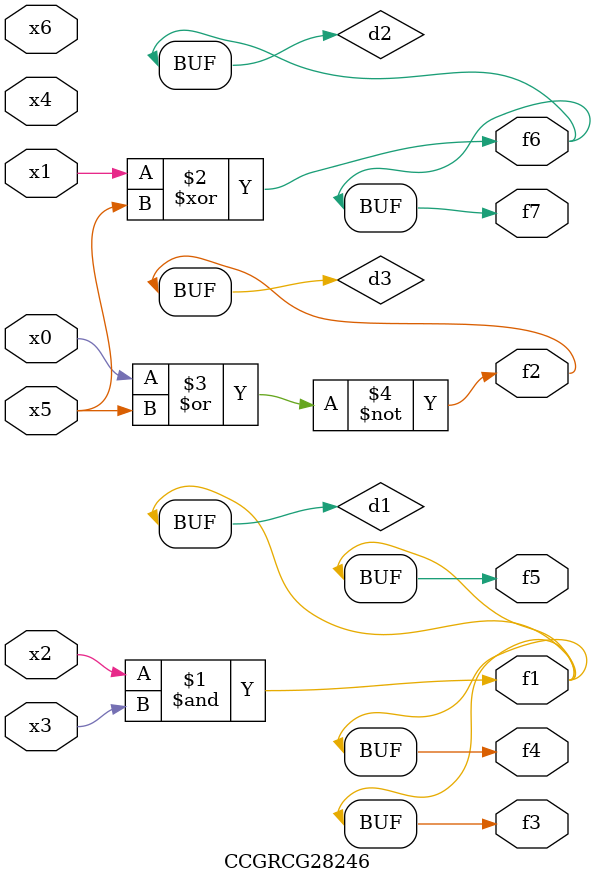
<source format=v>
module CCGRCG28246(
	input x0, x1, x2, x3, x4, x5, x6,
	output f1, f2, f3, f4, f5, f6, f7
);

	wire d1, d2, d3;

	and (d1, x2, x3);
	xor (d2, x1, x5);
	nor (d3, x0, x5);
	assign f1 = d1;
	assign f2 = d3;
	assign f3 = d1;
	assign f4 = d1;
	assign f5 = d1;
	assign f6 = d2;
	assign f7 = d2;
endmodule

</source>
